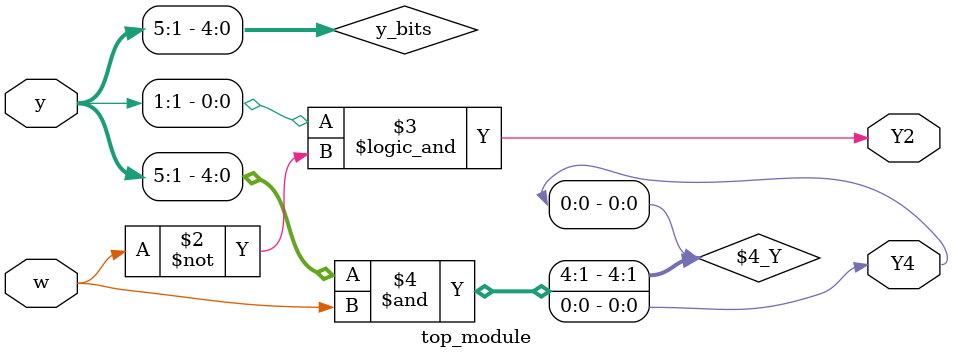
<source format=sv>
module top_module (
    input [6:1] y,
    input w,
    output reg Y2,
    output reg Y4
);

    reg [5:1] y_bits;

    always @ (*) begin
        y_bits = y[5:1];  // Corrected indexing
        Y2 = y[1] && ~w;  // Changed & to &&
        Y4 = y_bits & w;  // Corrected indexing
    end

endmodule

</source>
